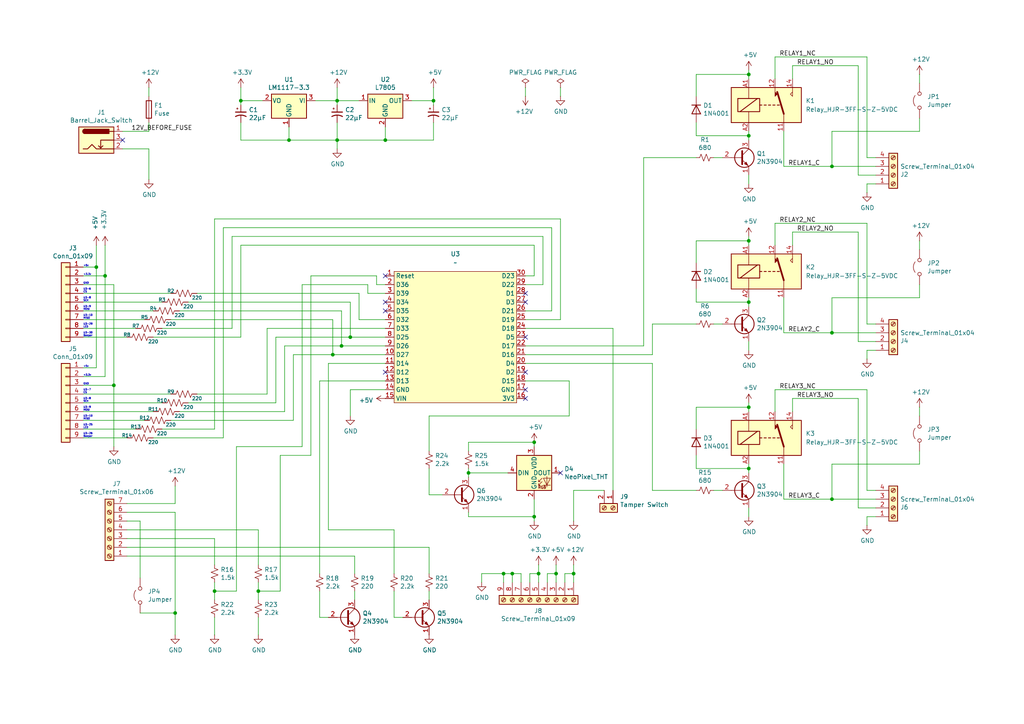
<source format=kicad_sch>
(kicad_sch (version 20250114) (generator "eeschema") (generator_version "9.0")
  (paper "A4")
  (text "+5v" (at 24.13 106.68 0) (effects (font (size 0.508 0.508)) (justify left bottom)))
  (text "+5v" (at 24.13 77.47 0) (effects (font (size 0.508 0.508)) (justify left bottom)))
  (text "U3-8\nSCK" (at 24.13 87.63 0) (effects (font (size 0.508 0.508)) (justify left bottom)))
  (text "U3-10\nMISO" (at 24.13 121.92 0) (effects (font (size 0.508 0.508)) (justify left bottom)))
  (text "U3-29\nLED" (at 24.13 95.25 0) (effects (font (size 0.508 0.508)) (justify left bottom)))
  (text "U3-30\nBeeper" (at 24.13 97.79 0) (effects (font (size 0.508 0.508)) (justify left bottom)))
  (text "+3.3v" (at 24.13 80.01 0) (effects (font (size 0.508 0.508)) (justify left bottom)))
  (text "U3-6\nCS" (at 24.13 85.09 0) (effects (font (size 0.508 0.508)) (justify left bottom)))
  (text "+3.3v" (at 24.13 109.22 0) (effects (font (size 0.508 0.508)) (justify left bottom)))
  (text "U3-7\nCS" (at 24.13 114.3 0) (effects (font (size 0.508 0.508)) (justify left bottom)))
  (text "GND" (at 24.13 111.76 0) (effects (font (size 0.508 0.508)) (justify left bottom)))
  (text "U3-9\nMOSI" (at 24.13 119.38 0) (effects (font (size 0.508 0.508)) (justify left bottom)))
  (text "GND" (at 24.13 82.55 0) (effects (font (size 0.508 0.508)) (justify left bottom)))
  (text "U3-26\nBeeper" (at 24.13 127 0) (effects (font (size 0.508 0.508)) (justify left bottom)))
  (text "U3-9\nMOSI" (at 24.13 90.17 0) (effects (font (size 0.508 0.508)) (justify left bottom)))
  (text "U3-10\nMISO" (at 24.13 92.71 0) (effects (font (size 0.508 0.508)) (justify left bottom)))
  (text "U3-25\nLED" (at 24.13 124.46 0) (effects (font (size 0.508 0.508)) (justify left bottom)))
  (text "U3-8\nSCK" (at 24.13 116.84 0) (effects (font (size 0.508 0.508)) (justify left bottom)))
  (junction (at 111.76 40.64))
  (junction (at 217.17 39.37))
  (junction (at 217.17 69.85))
  (junction (at 33.02 111.76))
  (junction (at 161.29 166.37))
  (junction (at 83.82 40.64))
  (junction (at 101.6 97.79))
  (junction (at 30.48 80.01))
  (junction (at 125.73 29.21))
  (junction (at 156.21 166.37))
  (junction (at 241.3 48.26))
  (junction (at 217.17 135.89))
  (junction (at 241.3 96.52))
  (junction (at 99.06 100.33))
  (junction (at 97.79 29.21))
  (junction (at 97.79 40.64))
  (junction (at 135.89 137.16))
  (junction (at 148.59 166.37))
  (junction (at 146.05 166.37))
  (junction (at 27.94 77.47))
  (junction (at 62.23 171.45))
  (junction (at 154.94 149.86))
  (junction (at 69.85 29.21))
  (junction (at 217.17 21.59))
  (junction (at 74.93 171.45))
  (junction (at 154.94 128.27))
  (junction (at 96.52 102.87))
  (junction (at 50.8 177.8))
  (junction (at 217.17 118.11))
  (junction (at 166.37 166.37))
  (junction (at 241.3 144.78))
  (junction (at 217.17 87.63))
  (no_connect (at 152.4 115.57))
  (no_connect (at 111.76 90.17))
  (no_connect (at 152.4 113.03))
  (no_connect (at 111.76 107.95))
  (no_connect (at 152.4 97.79))
  (no_connect (at 111.76 87.63))
  (no_connect (at 162.56 137.16))
  (no_connect (at 152.4 85.09))
  (no_connect (at 152.4 107.95))
  (no_connect (at 152.4 87.63))
  (no_connect (at 35.56 40.64))
  (no_connect (at 111.76 80.01))
  (wire (pts (xy 114.3 153.67) (xy 95.25 153.67)))
  (wire (pts (xy 153.67 166.37) (xy 156.21 166.37)))
  (wire (pts (xy 43.18 43.18) (xy 43.18 52.07)))
  (wire (pts (xy 74.93 171.45) (xy 81.28 171.45)))
  (wire (pts (xy 177.8 142.24) (xy 177.8 95.25)))
  (wire (pts (xy 217.17 135.89) (xy 217.17 137.16)))
  (wire (pts (xy 57.15 85.09) (xy 104.14 85.09)))
  (wire (pts (xy 162.56 63.5) (xy 62.23 63.5)))
  (wire (pts (xy 201.93 69.85) (xy 217.17 69.85)))
  (wire (pts (xy 101.6 87.63) (xy 101.6 97.79)))
  (wire (pts (xy 24.13 90.17) (xy 44.45 90.17)))
  (wire (pts (xy 76.2 29.21) (xy 69.85 29.21)))
  (wire (pts (xy 139.7 166.37) (xy 139.7 168.91)))
  (wire (pts (xy 62.23 124.46) (xy 46.99 124.46)))
  (wire (pts (xy 102.87 161.29) (xy 102.87 166.37)))
  (wire (pts (xy 229.87 19.05) (xy 229.87 22.86)))
  (wire (pts (xy 24.13 97.79) (xy 36.83 97.79)))
  (wire (pts (xy 151.13 168.91) (xy 151.13 166.37)))
  (wire (pts (xy 92.71 171.45) (xy 92.71 179.07)))
  (wire (pts (xy 24.13 111.76) (xy 33.02 111.76)))
  (wire (pts (xy 148.59 168.91) (xy 148.59 166.37)))
  (wire (pts (xy 152.4 92.71) (xy 162.56 92.71)))
  (wire (pts (xy 241.3 144.78) (xy 227.33 144.78)))
  (wire (pts (xy 74.93 171.45) (xy 74.93 173.99)))
  (wire (pts (xy 201.93 27.94) (xy 201.93 21.59)))
  (wire (pts (xy 189.23 142.24) (xy 201.93 142.24)))
  (wire (pts (xy 251.46 64.77) (xy 224.79 64.77)))
  (wire (pts (xy 77.47 114.3) (xy 77.47 95.25)))
  (wire (pts (xy 154.94 80.01) (xy 154.94 71.12)))
  (wire (pts (xy 30.48 80.01) (xy 24.13 80.01)))
  (wire (pts (xy 43.18 27.94) (xy 43.18 25.4)))
  (wire (pts (xy 36.83 153.67) (xy 74.93 153.67)))
  (wire (pts (xy 97.79 35.56) (xy 97.79 40.64)))
  (wire (pts (xy 74.93 168.91) (xy 74.93 171.45)))
  (wire (pts (xy 124.46 158.75) (xy 124.46 166.37)))
  (wire (pts (xy 104.14 85.09) (xy 104.14 92.71)))
  (wire (pts (xy 201.93 21.59) (xy 217.17 21.59)))
  (wire (pts (xy 69.85 30.48) (xy 69.85 29.21)))
  (wire (pts (xy 114.3 166.37) (xy 114.3 153.67)))
  (wire (pts (xy 101.6 113.03) (xy 101.6 120.65)))
  (wire (pts (xy 207.01 45.72) (xy 209.55 45.72)))
  (wire (pts (xy 30.48 71.12) (xy 30.48 80.01)))
  (wire (pts (xy 166.37 142.24) (xy 166.37 151.13)))
  (wire (pts (xy 74.93 179.07) (xy 74.93 184.15)))
  (wire (pts (xy 97.79 25.4) (xy 97.79 29.21)))
  (wire (pts (xy 109.22 82.55) (xy 111.76 82.55)))
  (wire (pts (xy 96.52 92.71) (xy 96.52 102.87)))
  (wire (pts (xy 254 96.52) (xy 241.3 96.52)))
  (wire (pts (xy 92.71 179.07) (xy 95.25 179.07)))
  (wire (pts (xy 24.13 127) (xy 36.83 127)))
  (wire (pts (xy 227.33 144.78) (xy 227.33 134.62)))
  (wire (pts (xy 217.17 135.89) (xy 201.93 135.89)))
  (wire (pts (xy 241.3 86.36) (xy 266.7 86.36)))
  (wire (pts (xy 95.25 105.41) (xy 111.76 105.41)))
  (wire (pts (xy 166.37 163.83) (xy 166.37 166.37)))
  (wire (pts (xy 87.63 82.55) (xy 106.68 82.55)))
  (wire (pts (xy 224.79 64.77) (xy 224.79 71.12)))
  (wire (pts (xy 40.64 151.13) (xy 36.83 151.13)))
  (wire (pts (xy 125.73 29.21) (xy 125.73 25.4)))
  (wire (pts (xy 207.01 93.98) (xy 209.55 93.98)))
  (wire (pts (xy 152.4 25.4) (xy 152.4 27.94)))
  (wire (pts (xy 248.92 67.31) (xy 229.87 67.31)))
  (wire (pts (xy 101.6 97.79) (xy 111.76 97.79)))
  (wire (pts (xy 241.3 144.78) (xy 241.3 134.62)))
  (wire (pts (xy 254 93.98) (xy 251.46 93.98)))
  (wire (pts (xy 224.79 113.03) (xy 224.79 119.38)))
  (wire (pts (xy 90.17 80.01) (xy 109.22 80.01)))
  (wire (pts (xy 24.13 116.84) (xy 46.99 116.84)))
  (wire (pts (xy 186.69 100.33) (xy 186.69 45.72)))
  (wire (pts (xy 80.01 116.84) (xy 80.01 97.79)))
  (wire (pts (xy 217.17 86.36) (xy 217.17 87.63)))
  (wire (pts (xy 68.58 171.45) (xy 68.58 129.54)))
  (wire (pts (xy 49.53 92.71) (xy 96.52 92.71)))
  (wire (pts (xy 254 142.24) (xy 251.46 142.24)))
  (wire (pts (xy 217.17 87.63) (xy 201.93 87.63)))
  (wire (pts (xy 266.7 118.11) (xy 266.7 120.65)))
  (wire (pts (xy 161.29 166.37) (xy 161.29 163.83)))
  (wire (pts (xy 62.23 63.5) (xy 62.23 124.46)))
  (wire (pts (xy 92.71 110.49) (xy 111.76 110.49)))
  (wire (pts (xy 50.8 177.8) (xy 50.8 184.15)))
  (wire (pts (xy 248.92 115.57) (xy 229.87 115.57)))
  (wire (pts (xy 96.52 102.87) (xy 111.76 102.87)))
  (wire (pts (xy 82.55 100.33) (xy 99.06 100.33)))
  (wire (pts (xy 104.14 92.71) (xy 111.76 92.71)))
  (wire (pts (xy 177.8 95.25) (xy 152.4 95.25)))
  (wire (pts (xy 69.85 71.12) (xy 69.85 97.79)))
  (wire (pts (xy 69.85 97.79) (xy 44.45 97.79)))
  (wire (pts (xy 67.31 68.58) (xy 67.31 95.25)))
  (wire (pts (xy 158.75 168.91) (xy 158.75 166.37)))
  (wire (pts (xy 36.83 158.75) (xy 124.46 158.75)))
  (wire (pts (xy 62.23 179.07) (xy 62.23 184.15)))
  (wire (pts (xy 81.28 132.08) (xy 90.17 132.08)))
  (wire (pts (xy 152.4 90.17) (xy 160.02 90.17)))
  (wire (pts (xy 50.8 146.05) (xy 36.83 146.05)))
  (wire (pts (xy 39.37 124.46) (xy 24.13 124.46)))
  (wire (pts (xy 62.23 171.45) (xy 62.23 173.99)))
  (wire (pts (xy 43.18 38.1) (xy 43.18 35.56)))
  (wire (pts (xy 229.87 67.31) (xy 229.87 71.12)))
  (wire (pts (xy 146.05 166.37) (xy 139.7 166.37)))
  (wire (pts (xy 124.46 120.65) (xy 165.1 120.65)))
  (wire (pts (xy 99.06 100.33) (xy 111.76 100.33)))
  (wire (pts (xy 227.33 48.26) (xy 227.33 38.1)))
  (wire (pts (xy 217.17 39.37) (xy 201.93 39.37)))
  (wire (pts (xy 201.93 39.37) (xy 201.93 35.56)))
  (wire (pts (xy 189.23 102.87) (xy 189.23 93.98)))
  (wire (pts (xy 33.02 82.55) (xy 33.02 111.76)))
  (wire (pts (xy 85.09 121.92) (xy 85.09 102.87)))
  (wire (pts (xy 82.55 119.38) (xy 82.55 100.33)))
  (wire (pts (xy 251.46 16.51) (xy 224.79 16.51)))
  (wire (pts (xy 154.94 71.12) (xy 69.85 71.12)))
  (wire (pts (xy 254 147.32) (xy 248.92 147.32)))
  (wire (pts (xy 135.89 148.59) (xy 135.89 149.86)))
  (wire (pts (xy 241.3 96.52) (xy 227.33 96.52)))
  (wire (pts (xy 152.4 110.49) (xy 165.1 110.49)))
  (wire (pts (xy 54.61 116.84) (xy 80.01 116.84)))
  (wire (pts (xy 135.89 137.16) (xy 135.89 138.43)))
  (wire (pts (xy 266.7 86.36) (xy 266.7 82.55)))
  (wire (pts (xy 36.83 161.29) (xy 102.87 161.29)))
  (wire (pts (xy 207.01 142.24) (xy 209.55 142.24)))
  (wire (pts (xy 201.93 124.46) (xy 201.93 118.11)))
  (wire (pts (xy 74.93 153.67) (xy 74.93 163.83)))
  (wire (pts (xy 69.85 29.21) (xy 69.85 25.4)))
  (wire (pts (xy 106.68 82.55) (xy 106.68 85.09)))
  (wire (pts (xy 160.02 90.17) (xy 160.02 66.04)))
  (wire (pts (xy 27.94 77.47) (xy 24.13 77.47)))
  (wire (pts (xy 254 50.8) (xy 248.92 50.8)))
  (wire (pts (xy 90.17 132.08) (xy 90.17 80.01)))
  (wire (pts (xy 64.77 127) (xy 44.45 127)))
  (wire (pts (xy 157.48 68.58) (xy 67.31 68.58)))
  (wire (pts (xy 224.79 16.51) (xy 224.79 22.86)))
  (wire (pts (xy 248.92 50.8) (xy 248.92 19.05)))
  (wire (pts (xy 49.53 121.92) (xy 85.09 121.92)))
  (wire (pts (xy 57.15 114.3) (xy 77.47 114.3)))
  (wire (pts (xy 125.73 35.56) (xy 125.73 40.64)))
  (wire (pts (xy 81.28 171.45) (xy 81.28 132.08)))
  (wire (pts (xy 52.07 90.17) (xy 99.06 90.17)))
  (wire (pts (xy 217.17 39.37) (xy 217.17 40.64)))
  (wire (pts (xy 163.83 168.91) (xy 163.83 166.37)))
  (wire (pts (xy 217.17 101.6) (xy 217.17 99.06)))
  (wire (pts (xy 106.68 85.09) (xy 111.76 85.09)))
  (wire (pts (xy 114.3 171.45) (xy 114.3 179.07)))
  (wire (pts (xy 241.3 134.62) (xy 266.7 134.62)))
  (wire (pts (xy 189.23 105.41) (xy 189.23 142.24)))
  (wire (pts (xy 27.94 106.68) (xy 24.13 106.68)))
  (wire (pts (xy 85.09 102.87) (xy 96.52 102.87)))
  (wire (pts (xy 152.4 100.33) (xy 186.69 100.33)))
  (wire (pts (xy 27.94 77.47) (xy 27.94 106.68)))
  (wire (pts (xy 251.46 149.86) (xy 251.46 152.4)))
  (wire (pts (xy 266.7 134.62) (xy 266.7 130.81)))
  (wire (pts (xy 92.71 166.37) (xy 92.71 110.49)))
  (wire (pts (xy 50.8 148.59) (xy 50.8 177.8)))
  (wire (pts (xy 254 149.86) (xy 251.46 149.86)))
  (wire (pts (xy 52.07 119.38) (xy 82.55 119.38)))
  (wire (pts (xy 111.76 113.03) (xy 101.6 113.03)))
  (wire (pts (xy 217.17 118.11) (xy 217.17 119.38)))
  (wire (pts (xy 201.93 93.98) (xy 189.23 93.98)))
  (wire (pts (xy 24.13 85.09) (xy 49.53 85.09)))
  (wire (pts (xy 217.17 68.58) (xy 217.17 69.85)))
  (wire (pts (xy 148.59 166.37) (xy 146.05 166.37)))
  (wire (pts (xy 241.3 96.52) (xy 241.3 86.36)))
  (wire (pts (xy 135.89 135.89) (xy 135.89 137.16)))
  (wire (pts (xy 162.56 92.71) (xy 162.56 63.5)))
  (wire (pts (xy 217.17 87.63) (xy 217.17 88.9)))
  (wire (pts (xy 154.94 129.54) (xy 154.94 128.27)))
  (wire (pts (xy 50.8 148.59) (xy 36.83 148.59)))
  (wire (pts (xy 175.26 142.24) (xy 166.37 142.24)))
  (wire (pts (xy 99.06 90.17) (xy 99.06 100.33)))
  (wire (pts (xy 33.02 111.76) (xy 33.02 129.54)))
  (wire (pts (xy 35.56 38.1) (xy 43.18 38.1)))
  (wire (pts (xy 156.21 168.91) (xy 156.21 166.37)))
  (wire (pts (xy 254 45.72) (xy 251.46 45.72)))
  (wire (pts (xy 62.23 171.45) (xy 68.58 171.45)))
  (wire (pts (xy 248.92 19.05) (xy 229.87 19.05)))
  (wire (pts (xy 241.3 38.1) (xy 266.7 38.1)))
  (wire (pts (xy 30.48 109.22) (xy 24.13 109.22)))
  (wire (pts (xy 251.46 101.6) (xy 251.46 104.14)))
  (wire (pts (xy 152.4 105.41) (xy 189.23 105.41)))
  (wire (pts (xy 97.79 43.18) (xy 97.79 40.64)))
  (wire (pts (xy 254 101.6) (xy 251.46 101.6)))
  (wire (pts (xy 97.79 40.64) (xy 111.76 40.64)))
  (wire (pts (xy 40.64 177.8) (xy 50.8 177.8)))
  (wire (pts (xy 248.92 99.06) (xy 248.92 67.31)))
  (wire (pts (xy 24.13 95.25) (xy 39.37 95.25)))
  (wire (pts (xy 266.7 38.1) (xy 266.7 34.29)))
  (wire (pts (xy 251.46 142.24) (xy 251.46 113.03)))
  (wire (pts (xy 147.32 137.16) (xy 135.89 137.16)))
  (wire (pts (xy 153.67 168.91) (xy 153.67 166.37)))
  (wire (pts (xy 241.3 48.26) (xy 241.3 38.1)))
  (wire (pts (xy 125.73 30.48) (xy 125.73 29.21)))
  (wire (pts (xy 186.69 45.72) (xy 201.93 45.72)))
  (wire (pts (xy 24.13 114.3) (xy 49.53 114.3)))
  (wire (pts (xy 50.8 146.05) (xy 50.8 140.97)))
  (wire (pts (xy 154.94 128.27) (xy 135.89 128.27)))
  (wire (pts (xy 119.38 29.21) (xy 125.73 29.21)))
  (wire (pts (xy 162.56 25.4) (xy 162.56 27.94)))
  (wire (pts (xy 227.33 96.52) (xy 227.33 86.36)))
  (wire (pts (xy 35.56 43.18) (xy 43.18 43.18)))
  (wire (pts (xy 77.47 95.25) (xy 111.76 95.25)))
  (wire (pts (xy 251.46 93.98) (xy 251.46 64.77)))
  (wire (pts (xy 135.89 128.27) (xy 135.89 130.81)))
  (wire (pts (xy 97.79 29.21) (xy 104.14 29.21)))
  (wire (pts (xy 109.22 80.01) (xy 109.22 82.55)))
  (wire (pts (xy 160.02 66.04) (xy 64.77 66.04)))
  (wire (pts (xy 217.17 21.59) (xy 217.17 22.86)))
  (wire (pts (xy 80.01 97.79) (xy 101.6 97.79)))
  (wire (pts (xy 27.94 71.12) (xy 27.94 77.47)))
  (wire (pts (xy 95.25 153.67) (xy 95.25 105.41)))
  (wire (pts (xy 217.17 134.62) (xy 217.17 135.89)))
  (wire (pts (xy 124.46 135.89) (xy 124.46 143.51)))
  (wire (pts (xy 111.76 40.64) (xy 111.76 36.83)))
  (wire (pts (xy 135.89 149.86) (xy 154.94 149.86)))
  (wire (pts (xy 254 53.34) (xy 251.46 53.34)))
  (wire (pts (xy 217.17 149.86) (xy 217.17 147.32)))
  (wire (pts (xy 229.87 115.57) (xy 229.87 119.38)))
  (wire (pts (xy 146.05 168.91) (xy 146.05 166.37)))
  (wire (pts (xy 40.64 167.64) (xy 40.64 151.13)))
  (wire (pts (xy 54.61 87.63) (xy 101.6 87.63)))
  (wire (pts (xy 254 99.06) (xy 248.92 99.06)))
  (wire (pts (xy 30.48 80.01) (xy 30.48 109.22)))
  (wire (pts (xy 156.21 166.37) (xy 156.21 163.83)))
  (wire (pts (xy 251.46 53.34) (xy 251.46 55.88)))
  (wire (pts (xy 46.99 87.63) (xy 24.13 87.63)))
  (wire (pts (xy 251.46 45.72) (xy 251.46 16.51)))
  (wire (pts (xy 217.17 116.84) (xy 217.17 118.11)))
  (wire (pts (xy 266.7 21.59) (xy 266.7 24.13)))
  (wire (pts (xy 241.3 48.26) (xy 227.33 48.26)))
  (wire (pts (xy 165.1 120.65) (xy 165.1 110.49)))
  (wire (pts (xy 154.94 149.86) (xy 154.94 151.13)))
  (wire (pts (xy 62.23 156.21) (xy 62.23 163.83)))
  (wire (pts (xy 161.29 168.91) (xy 161.29 166.37)))
  (wire (pts (xy 254 48.26) (xy 241.3 48.26)))
  (wire (pts (xy 166.37 166.37) (xy 166.37 168.91)))
  (wire (pts (xy 67.31 95.25) (xy 46.99 95.25)))
  (wire (pts (xy 24.13 92.71) (xy 41.91 92.71)))
  (wire (pts (xy 157.48 82.55) (xy 157.48 68.58)))
  (wire (pts (xy 102.87 171.45) (xy 102.87 173.99)))
  (wire (pts (xy 152.4 82.55) (xy 157.48 82.55)))
  (wire (pts (xy 97.79 30.48) (xy 97.79 29.21)))
  (wire (pts (xy 217.17 38.1) (xy 217.17 39.37)))
  (wire (pts (xy 254 144.78) (xy 241.3 144.78)))
  (wire (pts (xy 217.17 53.34) (xy 217.17 50.8)))
  (wire (pts (xy 36.83 156.21) (xy 62.23 156.21)))
  (wire (pts (xy 158.75 166.37) (xy 161.29 166.37)))
  (wire (pts (xy 201.93 118.11) (xy 217.17 118.11)))
  (wire (pts (xy 24.13 121.92) (xy 41.91 121.92)))
  (wire (pts (xy 124.46 171.45) (xy 124.46 173.99)))
  (wire (pts (xy 217.17 20.32) (xy 217.17 21.59)))
  (wire (pts (xy 114.3 179.07) (xy 116.84 179.07)))
  (wire (pts (xy 62.23 168.91) (xy 62.23 171.45)))
  (wire (pts (xy 248.92 147.32) (xy 248.92 115.57)))
  (wire (pts (xy 24.13 119.38) (xy 44.45 119.38)))
  (wire (pts (xy 124.46 143.51) (xy 128.27 143.51)))
  (wire (pts (xy 68.58 129.54) (xy 87.63 129.54)))
  (wire (pts (xy 83.82 36.83) (xy 83.82 40.64)))
  (wire (pts (xy 154.94 144.78) (xy 154.94 149.86)))
  (wire (pts (xy 266.7 69.85) (xy 266.7 72.39)))
  (wire (pts (xy 64.77 66.04) (xy 64.77 127)))
  (wire (pts (xy 87.63 129.54) (xy 87.63 82.55)))
  (wire (pts (xy 69.85 35.56) (xy 69.85 40.64)))
  (wire (pts (xy 201.93 87.63) (xy 201.93 83.82)))
  (wire (pts (xy 24.13 82.55) (xy 33.02 82.55)))
  (wire (pts (xy 83.82 40.64) (xy 97.79 40.64)))
  (wire (pts (xy 152.4 80.01) (xy 154.94 80.01)))
  (wire (pts (xy 163.83 166.37) (xy 166.37 166.37)))
  (wire (pts (xy 217.17 69.85) (xy 217.17 71.12)))
  (wire (pts (xy 151.13 166.37) (xy 148.59 166.37)))
  (wire (pts (xy 69.85 40.64) (xy 83.82 40.64)))
  (wire (pts (xy 124.46 130.81) (xy 124.46 120.65)))
  (wire (pts (xy 201.93 135.89) (xy 201.93 132.08)))
  (wire (pts (xy 125.73 40.64) (xy 111.76 40.64)))
  (wire (pts (xy 152.4 102.87) (xy 189.23 102.87)))
  (wire (pts (xy 97.79 29.21) (xy 91.44 29.21)))
  (wire (pts (xy 251.46 113.03) (xy 224.79 113.03)))
  (wire (pts (xy 201.93 76.2) (xy 201.93 69.85)))
  (label "RELAY1_NC" (at 226.06 16.51 0))
  (label "RELAY3_NO" (at 231.14 115.57 0))
  (label "RELAY2_C" (at 228.6 96.52 0))
  (label "RELAY3_C" (at 228.6 144.78 0))
  (label "RELAY1_NO" (at 231.14 19.05 0))
  (label "RELAY3_NC" (at 226.06 113.03 0))
  (label "RELAY2_NO" (at 231.14 67.31 0))
  (label "RELAY2_NC" (at 226.06 64.77 0))
  (label "12V_BEFORE_FUSE" (at 38.1 38.1 0))
  (label "RELAY1_C" (at 228.6 48.26 0))
  (symbol (lib_id "Regulator_Linear:L7805") (at 111.76 29.21 0) (unit 1)
    (property "Reference" "U2" (at 111.76 23.0632 0))
    (property "Value" "L7805" (at 111.76 25.3746 0))
    (property "Footprint" "Package_TO_SOT_THT:TO-220-3_Vertical" (effects (hide yes)))
    (property "Datasheet" "http://www.st.com/content/ccc/resource/technical/document/datasheet/41/4f/b3/b0/12/d4/47/88/CD00000444.pdf/files/CD00000444.pdf/jcr:content/translations/en.CD00000444.pdf" (effects (hide yes)))
  )
  (symbol (lib_id "Connector:Barrel_Jack_Switch") (at 27.94 40.64 0) (unit 1)
    (property "Reference" "J1" (at 29.3878 32.5882 0))
    (property "Value" "Barrel_Jack_Switch" (at 29.3878 34.8996 0))
    (property "Footprint" "Connector_BarrelJack:BarrelJack_Horizontal" (effects (hide yes)))
  )
  (symbol (lib_id "power:+5V") (at 125.73 25.4 0) (unit 1)
    (property "Reference" "#PWR06" (effects (hide yes)))
    (property "Value" "+5V" (at 126.111 21.0058 0))
  )
  (symbol (lib_id "power:+12V") (at 97.79 25.4 0) (unit 1)
    (property "Reference" "#PWR05" (effects (hide yes)))
    (property "Value" "+12V" (at 98.171 21.0058 0))
  )
  (symbol (lib_id "power:GND") (at 43.18 52.07 0) (unit 1)
    (property "Reference" "#PWR08" (effects (hide yes)))
    (property "Value" "GND" (at 43.307 56.4642 0))
  )
  (symbol (lib_id "Device:CP1_Small") (at 97.79 33.02 0) (unit 1)
    (property "Reference" "C2" (at 100.1014 31.8516 0) (effects (justify left)))
    (property "Value" "22µF" (at 100.1014 34.163 0) (effects (justify left)))
    (property "Footprint" "Capacitor_THT:CP_Radial_D5.0mm_P2.00mm" (effects (hide yes)))
  )
  (symbol (lib_id "Device:CP1_Small") (at 125.73 33.02 0) (unit 1)
    (property "Reference" "C3" (at 128.0414 31.8516 0) (effects (justify left)))
    (property "Value" "22µF" (at 128.0414 34.163 0) (effects (justify left)))
    (property "Footprint" "Capacitor_THT:CP_Radial_D5.0mm_P2.00mm" (effects (hide yes)))
  )
  (symbol (lib_id "power:GND") (at 101.6 120.65 0) (unit 1)
    (property "Reference" "#PWR019" (effects (hide yes)))
    (property "Value" "GND" (at 101.727 125.0442 0))
  )
  (symbol (lib_id "power:+5V") (at 111.76 115.57 90) (unit 1)
    (property "Reference" "#PWR020" (effects (hide yes)))
    (property "Value" "+5V" (at 104.14 116.84 90) (effects (justify right top)))
  )
  (symbol (lib_id "Diode:1N4001") (at 201.93 31.75 270) (unit 1)
    (property "Reference" "D1" (at 203.962 30.5816 90) (effects (justify left)))
    (property "Value" "1N4001" (at 203.962 32.893 90) (effects (justify left)))
    (property "Footprint" "Diode_THT:D_DO-41_SOD81_P10.16mm_Horizontal" (effects (hide yes)))
    (property "Datasheet" "http://www.vishay.com/docs/88503/1n4001.pdf" (effects (hide yes)))
  )
  (symbol (lib_id "Transistor_BJT:2N3904") (at 214.63 45.72 0) (unit 1)
    (property "Reference" "Q1" (at 219.456 44.5516 0) (effects (justify left)))
    (property "Value" "2N3904" (at 219.456 46.863 0) (effects (justify left)))
    (property "Footprint" "Package_TO_SOT_THT:TO-92_Inline_Wide" (effects (hide yes)))
    (property "Datasheet" "https://www.fairchildsemi.com/datasheets/2N/2N3904.pdf" (effects (hide yes)))
  )
  (symbol (lib_id "power:+5V") (at 217.17 20.32 0) (unit 1)
    (property "Reference" "#PWR01" (effects (hide yes)))
    (property "Value" "+5V" (at 217.551 15.9258 0))
  )
  (symbol (lib_id "power:GND") (at 217.17 53.34 0) (unit 1)
    (property "Reference" "#PWR09" (effects (hide yes)))
    (property "Value" "GND" (at 217.297 57.7342 0))
  )
  (symbol (lib_id "Device:R_Small_US") (at 204.47 45.72 270) (unit 1)
    (property "Reference" "R1" (at 204.47 40.513 90))
    (property "Value" "680" (at 204.47 42.8244 90))
    (property "Footprint" "Resistor_THT:R_Axial_DIN0207_L6.3mm_D2.5mm_P10.16mm_Horizontal" (effects (hide yes)))
  )
  (symbol (lib_id "Connector_Generic:Conn_01x09") (at 19.05 87.63 0) (mirror y) (unit 1)
    (property "Reference" "J3" (at 21.1328 71.9582 0))
    (property "Value" "Conn_01x09" (at 21.1328 74.2696 0))
    (property "Footprint" "Connector_PinHeader_2.54mm:PinHeader_1x09_P2.54mm_Vertical" (effects (hide yes)))
  )
  (symbol (lib_id "Connector:Screw_Terminal_01x04") (at 259.08 50.8 0) (mirror x) (unit 1)
    (property "Reference" "J2" (at 261.112 50.5968 0) (effects (justify left)))
    (property "Value" "Screw_Terminal_01x04" (at 261.112 48.2854 0) (effects (justify left)))
    (property "Footprint" "Javawizard_Common_Footprints:PinHeader_JW_1x04_P5.00mm_Vertical" (effects (hide yes)))
  )
  (symbol (lib_id "power:GND") (at 251.46 55.88 0) (unit 1)
    (property "Reference" "#PWR010" (effects (hide yes)))
    (property "Value" "GND" (at 251.587 60.2742 0))
  )
  (symbol (lib_id "Jumper:Jumper_2_Open") (at 266.7 29.21 90) (unit 1)
    (property "Reference" "JP1" (at 268.9352 28.0416 90) (effects (justify right)))
    (property "Value" "Jumper" (at 268.9352 30.353 90) (effects (justify right)))
    (property "Footprint" "Connector_PinHeader_2.54mm:PinHeader_1x02_P2.54mm_Vertical" (effects (hide yes)))
  )
  (symbol (lib_id "power:+12V") (at 266.7 21.59 0) (unit 1)
    (property "Reference" "#PWR02" (effects (hide yes)))
    (property "Value" "+12V" (at 267.081 17.1958 0))
  )
  (symbol (lib_id "Connector:Screw_Terminal_01x02") (at 177.8 147.32 270) (unit 1)
    (property "Reference" "J9" (at 179.832 144.0688 90) (effects (justify left)))
    (property "Value" "Tamper Switch" (at 179.832 146.3802 90) (effects (justify left)))
    (property "Footprint" "Javawizard_Common_Footprints:PinHeader_JW_1x02_P5.00mm_Vertical" (effects (hide yes)))
  )
  (symbol (lib_id "power:GND") (at 166.37 151.13 0) (unit 1)
    (property "Reference" "#PWR0103" (effects (hide yes)))
    (property "Value" "GND" (at 166.497 155.5242 0))
  )
  (symbol (lib_id "Diode:1N4001") (at 201.93 80.01 270) (unit 1)
    (property "Reference" "D2" (at 203.962 78.8416 90) (effects (justify left)))
    (property "Value" "1N4001" (at 203.962 81.153 90) (effects (justify left)))
    (property "Footprint" "Diode_THT:D_DO-41_SOD81_P10.16mm_Horizontal" (effects (hide yes)))
    (property "Datasheet" "http://www.vishay.com/docs/88503/1n4001.pdf" (effects (hide yes)))
  )
  (symbol (lib_id "Transistor_BJT:2N3904") (at 214.63 93.98 0) (unit 1)
    (property "Reference" "Q2" (at 219.456 92.8116 0) (effects (justify left)))
    (property "Value" "2N3904" (at 219.456 95.123 0) (effects (justify left)))
    (property "Footprint" "Package_TO_SOT_THT:TO-92_Inline_Wide" (effects (hide yes)))
    (property "Datasheet" "https://www.fairchildsemi.com/datasheets/2N/2N3904.pdf" (effects (hide yes)))
  )
  (symbol (lib_id "power:+5V") (at 217.17 68.58 0) (unit 1)
    (property "Reference" "#PWR011" (effects (hide yes)))
    (property "Value" "+5V" (at 217.551 64.1858 0))
  )
  (symbol (lib_id "power:GND") (at 217.17 101.6 0) (unit 1)
    (property "Reference" "#PWR015" (effects (hide yes)))
    (property "Value" "GND" (at 217.297 105.9942 0))
  )
  (symbol (lib_id "Device:R_Small_US") (at 204.47 93.98 270) (unit 1)
    (property "Reference" "R6" (at 204.47 88.773 90))
    (property "Value" "680" (at 204.47 91.0844 90))
    (property "Footprint" "Resistor_THT:R_Axial_DIN0207_L6.3mm_D2.5mm_P10.16mm_Horizontal" (effects (hide yes)))
  )
  (symbol (lib_id "Connector:Screw_Terminal_01x04") (at 259.08 99.06 0) (mirror x) (unit 1)
    (property "Reference" "J4" (at 261.112 98.8568 0) (effects (justify left)))
    (property "Value" "Screw_Terminal_01x04" (at 261.112 96.5454 0) (effects (justify left)))
    (property "Footprint" "Javawizard_Common_Footprints:PinHeader_JW_1x04_P5.00mm_Vertical" (effects (hide yes)))
  )
  (symbol (lib_id "power:GND") (at 251.46 104.14 0) (unit 1)
    (property "Reference" "#PWR016" (effects (hide yes)))
    (property "Value" "GND" (at 251.587 108.5342 0))
  )
  (symbol (lib_id "Jumper:Jumper_2_Open") (at 266.7 77.47 90) (unit 1)
    (property "Reference" "JP2" (at 268.9352 76.3016 90) (effects (justify right)))
    (property "Value" "Jumper" (at 268.9352 78.613 90) (effects (justify right)))
    (property "Footprint" "Connector_PinHeader_2.54mm:PinHeader_1x02_P2.54mm_Vertical" (effects (hide yes)))
  )
  (symbol (lib_id "power:+12V") (at 266.7 69.85 0) (unit 1)
    (property "Reference" "#PWR012" (effects (hide yes)))
    (property "Value" "+12V" (at 267.081 65.4558 0))
  )
  (symbol (lib_id "Diode:1N4001") (at 201.93 128.27 270) (unit 1)
    (property "Reference" "D3" (at 203.962 127.1016 90) (effects (justify left)))
    (property "Value" "1N4001" (at 203.962 129.413 90) (effects (justify left)))
    (property "Footprint" "Diode_THT:D_DO-41_SOD81_P10.16mm_Horizontal" (effects (hide yes)))
    (property "Datasheet" "http://www.vishay.com/docs/88503/1n4001.pdf" (effects (hide yes)))
  )
  (symbol (lib_id "Transistor_BJT:2N3904") (at 214.63 142.24 0) (unit 1)
    (property "Reference" "Q3" (at 219.456 141.0716 0) (effects (justify left)))
    (property "Value" "2N3904" (at 219.456 143.383 0) (effects (justify left)))
    (property "Footprint" "Package_TO_SOT_THT:TO-92_Inline_Wide" (effects (hide yes)))
    (property "Datasheet" "https://www.fairchildsemi.com/datasheets/2N/2N3904.pdf" (effects (hide yes)))
  )
  (symbol (lib_id "power:+5V") (at 217.17 116.84 0) (unit 1)
    (property "Reference" "#PWR017" (effects (hide yes)))
    (property "Value" "+5V" (at 217.551 112.4458 0))
  )
  (symbol (lib_id "power:GND") (at 217.17 149.86 0) (unit 1)
    (property "Reference" "#PWR023" (effects (hide yes)))
    (property "Value" "GND" (at 217.297 154.2542 0))
  )
  (symbol (lib_id "Device:R_Small_US") (at 204.47 142.24 270) (unit 1)
    (property "Reference" "R15" (at 204.47 137.033 90))
    (property "Value" "680" (at 204.47 139.3444 90))
    (property "Footprint" "Resistor_THT:R_Axial_DIN0207_L6.3mm_D2.5mm_P10.16mm_Horizontal" (effects (hide yes)))
  )
  (symbol (lib_id "Connector:Screw_Terminal_01x04") (at 259.08 147.32 0) (mirror x) (unit 1)
    (property "Reference" "J6" (at 261.112 147.1168 0) (effects (justify left)))
    (property "Value" "Screw_Terminal_01x04" (at 261.112 144.8054 0) (effects (justify left)))
    (property "Footprint" "Javawizard_Common_Footprints:PinHeader_JW_1x04_P5.00mm_Vertical" (effects (hide yes)))
  )
  (symbol (lib_id "power:GND") (at 251.46 152.4 0) (unit 1)
    (property "Reference" "#PWR024" (effects (hide yes)))
    (property "Value" "GND" (at 251.587 156.7942 0))
  )
  (symbol (lib_id "Jumper:Jumper_2_Open") (at 266.7 125.73 90) (unit 1)
    (property "Reference" "JP3" (at 268.9352 124.5616 90) (effects (justify right)))
    (property "Value" "Jumper" (at 268.9352 126.873 90) (effects (justify right)))
    (property "Footprint" "Connector_PinHeader_2.54mm:PinHeader_1x02_P2.54mm_Vertical" (effects (hide yes)))
  )
  (symbol (lib_id "power:+12V") (at 266.7 118.11 0) (unit 1)
    (property "Reference" "#PWR018" (effects (hide yes)))
    (property "Value" "+12V" (at 267.081 113.7158 0))
  )
  (symbol (lib_id "Connector_Generic:Conn_01x09") (at 19.05 116.84 0) (mirror y) (unit 1)
    (property "Reference" "J5" (at 21.1328 101.1682 0))
    (property "Value" "Conn_01x09" (at 21.1328 103.4796 0))
    (property "Footprint" "Connector_PinHeader_2.54mm:PinHeader_1x09_P2.54mm_Vertical" (effects (hide yes)))
  )
  (symbol (lib_id "Device:Fuse") (at 43.18 31.75 0) (unit 1)
    (property "Reference" "F1" (at 44.704 30.5816 0) (effects (justify left)))
    (property "Value" "Fuse" (at 44.704 32.893 0) (effects (justify left)))
    (property "Footprint" "Fuse:Fuseholder_Cylinder-5x20mm_Stelvio-Kontek_PTF78_Horizontal_Open" (effects (hide yes)))
  )
  (symbol (lib_id "power:+12V") (at 43.18 25.4 0) (unit 1)
    (property "Reference" "#PWR03" (effects (hide yes)))
    (property "Value" "+12V" (at 43.561 21.0058 0))
  )
  (symbol (lib_id "power:GND") (at 33.02 129.54 0) (unit 1)
    (property "Reference" "#PWR021" (effects (hide yes)))
    (property "Value" "GND" (at 33.147 133.9342 0))
  )
  (symbol (lib_id "power:PWR_FLAG") (at 152.4 25.4 0) (unit 1)
    (property "Reference" "#FLG0101" (effects (hide yes)))
    (property "Value" "PWR_FLAG" (at 152.4 21.0058 0))
  )
  (symbol (lib_id "power:PWR_FLAG") (at 162.56 25.4 0) (unit 1)
    (property "Reference" "#FLG0102" (effects (hide yes)))
    (property "Value" "PWR_FLAG" (at 162.56 21.0058 0))
  )
  (symbol (lib_id "power:+12V") (at 152.4 27.94 180) (unit 1)
    (property "Reference" "#PWR0101" (effects (hide yes)))
    (property "Value" "+12V" (at 152.019 32.3342 0))
  )
  (symbol (lib_id "power:GND") (at 162.56 27.94 0) (unit 1)
    (property "Reference" "#PWR0102" (effects (hide yes)))
    (property "Value" "GND" (at 162.687 32.3342 0))
  )
  (symbol (lib_id "power:+5V") (at 27.94 71.12 0) (unit 1)
    (property "Reference" "#PWR013" (effects (hide yes)))
    (property "Value" "+5V" (at 28.321 66.7258 90) (effects (justify left bottom)))
  )
  (symbol (lib_id "Connector:Screw_Terminal_01x07") (at 31.75 153.67 180) (unit 1)
    (property "Reference" "J7" (at 33.8328 140.335 0))
    (property "Value" "Screw_Terminal_01x06" (at 33.8328 142.6464 0))
    (property "Footprint" "Javawizard_Common_Footprints:PinHeader_JW_1x07_P5.00mm_Vertical" (effects (hide yes)))
  )
  (symbol (lib_id "power:+12V") (at 50.8 140.97 0) (unit 1)
    (property "Reference" "#PWR022" (effects (hide yes)))
    (property "Value" "+12V" (at 51.181 136.5758 0))
  )
  (symbol (lib_id "power:GND") (at 50.8 184.15 0) (unit 1)
    (property "Reference" "#PWR028" (effects (hide yes)))
    (property "Value" "GND" (at 50.927 188.5442 0))
  )
  (symbol (lib_id "Device:R_Small_US") (at 62.23 166.37 0) (unit 1)
    (property "Reference" "R16" (at 63.9572 165.2016 0) (effects (justify left)))
    (property "Value" "1.5k" (at 63.9572 167.513 0) (effects (justify left)))
    (property "Footprint" "Resistor_THT:R_Axial_DIN0207_L6.3mm_D2.5mm_P10.16mm_Horizontal" (effects (hide yes)))
  )
  (symbol (lib_id "Device:R_Small_US") (at 62.23 176.53 0) (unit 1)
    (property "Reference" "R22" (at 63.9572 175.3616 0) (effects (justify left)))
    (property "Value" "2.2k" (at 63.9572 177.673 0) (effects (justify left)))
    (property "Footprint" "Resistor_THT:R_Axial_DIN0207_L6.3mm_D2.5mm_P10.16mm_Horizontal" (effects (hide yes)))
  )
  (symbol (lib_id "power:GND") (at 62.23 184.15 0) (unit 1)
    (property "Reference" "#PWR030" (effects (hide yes)))
    (property "Value" "GND" (at 62.357 188.5442 0))
  )
  (symbol (lib_id "Device:R_Small_US") (at 74.93 166.37 0) (unit 1)
    (property "Reference" "R17" (at 76.6572 165.2016 0) (effects (justify left)))
    (property "Value" "1.5k" (at 76.6572 167.513 0) (effects (justify left)))
    (property "Footprint" "Resistor_THT:R_Axial_DIN0207_L6.3mm_D2.5mm_P10.16mm_Horizontal" (effects (hide yes)))
  )
  (symbol (lib_id "Device:R_Small_US") (at 74.93 176.53 0) (unit 1)
    (property "Reference" "R23" (at 76.6572 175.3616 0) (effects (justify left)))
    (property "Value" "2.2k" (at 76.6572 177.673 0) (effects (justify left)))
    (property "Footprint" "Resistor_THT:R_Axial_DIN0207_L6.3mm_D2.5mm_P10.16mm_Horizontal" (effects (hide yes)))
  )
  (symbol (lib_id "power:GND") (at 74.93 184.15 0) (unit 1)
    (property "Reference" "#PWR031" (effects (hide yes)))
    (property "Value" "GND" (at 75.057 188.5442 0))
  )
  (symbol (lib_id "Transistor_BJT:2N3904") (at 100.33 179.07 0) (unit 1)
    (property "Reference" "Q4" (at 105.156 177.9016 0) (effects (justify left)))
    (property "Value" "2N3904" (at 105.156 180.213 0) (effects (justify left)))
    (property "Footprint" "Package_TO_SOT_THT:TO-92_Inline_Wide" (effects (hide yes)))
    (property "Datasheet" "https://www.fairchildsemi.com/datasheets/2N/2N3904.pdf" (effects (hide yes)))
  )
  (symbol (lib_id "Device:R_Small_US") (at 92.71 168.91 0) (unit 1)
    (property "Reference" "R18" (at 94.4372 167.7416 0) (effects (justify left)))
    (property "Value" "2.2k" (at 94.4372 170.053 0) (effects (justify left)))
    (property "Footprint" "Resistor_THT:R_Axial_DIN0207_L6.3mm_D2.5mm_P10.16mm_Horizontal" (effects (hide yes)))
  )
  (symbol (lib_id "Device:R_Small_US") (at 102.87 168.91 0) (unit 1)
    (property "Reference" "R19" (at 104.5972 167.7416 0) (effects (justify left)))
    (property "Value" "220" (at 104.5972 170.053 0) (effects (justify left)))
    (property "Footprint" "Resistor_THT:R_Axial_DIN0207_L6.3mm_D2.5mm_P10.16mm_Horizontal" (effects (hide yes)))
  )
  (symbol (lib_id "Transistor_BJT:2N3904") (at 121.92 179.07 0) (unit 1)
    (property "Reference" "Q5" (at 126.746 177.9016 0) (effects (justify left)))
    (property "Value" "2N3904" (at 126.746 180.213 0) (effects (justify left)))
    (property "Footprint" "Package_TO_SOT_THT:TO-92_Inline_Wide" (effects (hide yes)))
    (property "Datasheet" "https://www.fairchildsemi.com/datasheets/2N/2N3904.pdf" (effects (hide yes)))
  )
  (symbol (lib_id "Device:R_Small_US") (at 114.3 168.91 0) (unit 1)
    (property "Reference" "R20" (at 116.0272 167.7416 0) (effects (justify left)))
    (property "Value" "2.2k" (at 116.0272 170.053 0) (effects (justify left)))
    (property "Footprint" "Resistor_THT:R_Axial_DIN0207_L6.3mm_D2.5mm_P10.16mm_Horizontal" (effects (hide yes)))
  )
  (symbol (lib_id "Device:R_Small_US") (at 124.46 168.91 0) (unit 1)
    (property "Reference" "R21" (at 126.1872 167.7416 0) (effects (justify left)))
    (property "Value" "220" (at 126.1872 170.053 0) (effects (justify left)))
    (property "Footprint" "Resistor_THT:R_Axial_DIN0207_L6.3mm_D2.5mm_P10.16mm_Horizontal" (effects (hide yes)))
  )
  (symbol (lib_id "power:GND") (at 102.87 184.15 0) (unit 1)
    (property "Reference" "#PWR032" (effects (hide yes)))
    (property "Value" "GND" (at 102.997 188.5442 0))
  )
  (symbol (lib_id "power:GND") (at 124.46 184.15 0) (unit 1)
    (property "Reference" "#PWR033" (effects (hide yes)))
    (property "Value" "GND" (at 124.587 188.5442 0))
  )
  (symbol (lib_id "Regulator_Linear:LM1117-3.3") (at 83.82 29.21 0) (mirror y) (unit 1)
    (property "Reference" "U1" (at 83.82 23.0632 0))
    (property "Value" "LM1117-3.3" (at 83.82 25.3746 0))
    (property "Footprint" "Package_TO_SOT_THT:TO-220-3_Vertical" (effects (hide yes)))
    (property "Datasheet" "http://www.ti.com/lit/ds/symlink/lm1117.pdf" (effects (hide yes)))
  )
  (symbol (lib_id "Device:CP1_Small") (at 69.85 33.02 0) (unit 1)
    (property "Reference" "C1" (at 72.1614 31.8516 0) (effects (justify left)))
    (property "Value" "22µF" (at 72.1614 34.163 0) (effects (justify left)))
    (property "Footprint" "Capacitor_THT:CP_Radial_D5.0mm_P2.00mm" (effects (hide yes)))
  )
  (symbol (lib_id "power:GND") (at 97.79 43.18 0) (unit 1)
    (property "Reference" "#PWR07" (effects (hide yes)))
    (property "Value" "GND" (at 97.917 47.5742 0))
  )
  (symbol (lib_id "Connector:Screw_Terminal_01x09") (at 156.21 173.99 270) (unit 1)
    (property "Reference" "J8" (at 156.1084 177.165 90))
    (property "Value" "Screw_Terminal_01x09" (at 156.1084 179.4764 90))
    (property "Footprint" "Javawizard_Common_Footprints:PinHeader_JW_1x09_P5.00mm_Vertical" (effects (hide yes)))
  )
  (symbol (lib_id "power:+12V") (at 166.37 163.83 0) (unit 1)
    (property "Reference" "#PWR027" (effects (hide yes)))
    (property "Value" "+12V" (at 166.751 159.4358 0))
  )
  (symbol (lib_id "power:+5V") (at 161.29 163.83 0) (unit 1)
    (property "Reference" "#PWR026" (effects (hide yes)))
    (property "Value" "+5V" (at 161.671 159.4358 0))
  )
  (symbol (lib_id "power:GND") (at 139.7 168.91 0) (unit 1)
    (property "Reference" "#PWR029" (effects (hide yes)))
    (property "Value" "GND" (at 139.827 173.3042 0))
  )
  (symbol (lib_id "LED:NeoPixel_THT") (at 154.94 137.16 0) (unit 1)
    (property "Reference" "D4" (at 163.6776 135.9916 0) (effects (justify left)))
    (property "Value" "NeoPixel_THT" (at 163.6776 138.303 0) (effects (justify left)))
    (property "Footprint" "LED_THT:LED_D5.0mm-4_RGB_Wide_Pins" (effects (hide yes)))
    (property "Datasheet" "https://www.adafruit.com/product/1938" (effects (hide yes)))
  )
  (symbol (lib_id "power:+5V") (at 154.94 128.27 0) (unit 1)
    (property "Reference" "#PWR0104" (effects (hide yes)))
    (property "Value" "+5V" (at 155.321 123.8758 0))
  )
  (symbol (lib_id "power:GND") (at 154.94 151.13 0) (unit 1)
    (property "Reference" "#PWR0105" (effects (hide yes)))
    (property "Value" "GND" (at 155.067 155.5242 0))
  )
  (symbol (lib_id "Jumper:Jumper_2_Open") (at 40.64 172.72 90) (unit 1)
    (property "Reference" "JP4" (at 42.8752 171.5516 90) (effects (justify right)))
    (property "Value" "Jumper" (at 42.8752 173.863 90) (effects (justify right)))
    (property "Footprint" "Connector_PinHeader_2.54mm:PinHeader_1x02_P2.54mm_Vertical" (effects (hide yes)))
  )
  (symbol (lib_id "Transistor_BJT:2N3904") (at 133.35 143.51 0) (unit 1)
    (property "Reference" "Q6" (at 138.176 142.3416 0) (effects (justify left)))
    (property "Value" "2N3904" (at 138.176 144.653 0) (effects (justify left)))
    (property "Footprint" "Package_TO_SOT_THT:TO-92_Inline_Wide" (effects (hide yes)))
    (property "Datasheet" "https://www.fairchildsemi.com/datasheets/2N/2N3904.pdf" (effects (hide yes)))
  )
  (symbol (lib_id "Device:R_Small_US") (at 135.89 133.35 0) (unit 1)
    (property "Reference" "R25" (at 137.6172 132.1816 0) (effects (justify left)))
    (property "Value" "1.5k" (at 137.6172 134.493 0) (effects (justify left)))
    (property "Footprint" "Resistor_THT:R_Axial_DIN0207_L6.3mm_D2.5mm_P10.16mm_Horizontal" (effects (hide yes)))
  )
  (symbol (lib_id "Device:R_Small_US") (at 124.46 133.35 0) (unit 1)
    (property "Reference" "R24" (at 126.1872 132.1816 0) (effects (justify left)))
    (property "Value" "2.2k" (at 126.1872 134.493 0) (effects (justify left)))
    (property "Footprint" "Resistor_THT:R_Axial_DIN0207_L6.3mm_D2.5mm_P10.16mm_Horizontal" (effects (hide yes)))
  )
  (symbol (lib_id "power:+3.3V") (at 69.85 25.4 0) (unit 1)
    (property "Reference" "#PWR0106" (effects (hide yes)))
    (property "Value" "+3.3V" (at 70.231 21.0058 0))
  )
  (symbol (lib_id "power:+3.3V") (at 30.48 71.12 0) (unit 1)
    (property "Reference" "#PWR0107" (effects (hide yes)))
    (property "Value" "+3.3V" (at 30.861 66.7258 90) (effects (justify left bottom)))
  )
  (symbol (lib_id "power:+3.3V") (at 156.21 163.83 0) (unit 1)
    (property "Reference" "#PWR0108" (effects (hide yes)))
    (property "Value" "+3.3V" (at 156.591 159.4358 0))
  )
  (symbol (lib_id "Device:R_US") (at 50.8 116.84 270) (unit 1)
    (property "Reference" "R10" (at 46.99 115.57 90) (effects (font (size 0.9906 0.9906)) (justify top)))
    (property "Value" "220" (at 54.61 118.11 90) (effects (font (size 0.9906 0.9906))))
  )
  (symbol (lib_id "Device:R_US") (at 48.26 119.38 270) (unit 1)
    (property "Reference" "R11" (at 44.45 118.11 90) (effects (font (size 0.9906 0.9906)) (justify top)))
    (property "Value" "220" (at 52.07 120.65 90) (effects (font (size 0.9906 0.9906))))
  )
  (symbol (lib_id "Device:R_US") (at 45.72 121.92 270) (unit 1)
    (property "Reference" "R12" (at 41.91 120.65 90) (effects (font (size 0.9906 0.9906)) (justify top)))
    (property "Value" "220" (at 49.53 123.19 90) (effects (font (size 0.9906 0.9906))))
  )
  (symbol (lib_id "Device:R_US") (at 43.18 124.46 270) (unit 1)
    (property "Reference" "R13" (at 39.37 123.19 90) (effects (font (size 0.9906 0.9906)) (justify top)))
    (property "Value" "220" (at 46.99 125.73 90) (effects (font (size 0.9906 0.9906))))
  )
  (symbol (lib_id "Device:R_US") (at 40.64 127 270) (unit 1)
    (property "Reference" "R14" (at 36.83 125.73 90) (effects (font (size 0.9906 0.9906)) (justify top)))
    (property "Value" "220" (at 44.45 128.27 90) (effects (font (size 0.9906 0.9906))))
  )
  (symbol (lib_id "Device:R_US") (at 53.34 114.3 270) (unit 1)
    (property "Reference" "R9" (at 49.53 113.03 90) (effects (font (size 0.9906 0.9906)) (justify top)))
    (property "Value" "220" (at 57.15 115.57 90) (effects (font (size 0.9906 0.9906))))
  )
  (symbol (lib_id "Device:R_US") (at 50.8 87.63 270) (unit 1)
    (property "Reference" "R3" (at 46.99 86.36 90) (effects (font (size 0.9906 0.9906)) (justify top)))
    (property "Value" "220" (at 54.61 88.9 90) (effects (font (size 0.9906 0.9906))))
  )
  (symbol (lib_id "Device:R_US") (at 48.26 90.17 270) (unit 1)
    (property "Reference" "R4" (at 44.45 88.9 90) (effects (font (size 0.9906 0.9906)) (justify top)))
    (property "Value" "220" (at 52.07 91.44 90) (effects (font (size 0.9906 0.9906))))
  )
  (symbol (lib_id "Device:R_US") (at 45.72 92.71 270) (unit 1)
    (property "Reference" "R5" (at 41.91 91.44 90) (effects (font (size 0.9906 0.9906)) (justify top)))
    (property "Value" "220" (at 49.53 93.98 90) (effects (font (size 0.9906 0.9906))))
  )
  (symbol (lib_id "Device:R_US") (at 43.18 95.25 270) (unit 1)
    (property "Reference" "R7" (at 39.37 93.98 90) (effects (font (size 0.9906 0.9906)) (justify top)))
    (property "Value" "220" (at 46.99 96.52 90) (effects (font (size 0.9906 0.9906))))
  )
  (symbol (lib_id "Device:R_US") (at 40.64 97.79 270) (unit 1)
    (property "Reference" "R8" (at 36.83 96.52 90) (effects (font (size 0.9906 0.9906)) (justify top)))
    (property "Value" "220" (at 44.45 99.06 90) (effects (font (size 0.9906 0.9906))))
  )
  (symbol (lib_id "Device:R_US") (at 53.34 85.09 270) (unit 1)
    (property "Reference" "R2" (at 49.53 83.82 90) (effects (font (size 0.9906 0.9906)) (justify top)))
    (property "Value" "220" (at 57.15 86.36 90) (effects (font (size 0.9906 0.9906))))
  )
  (symbol (lib_id "Heimdall:Relay_HJR-3FF-S-Z-5VDC") (at 222.25 30.48 0) (unit 1)
    (property "Reference" "K1" (at 233.68 29.2099 0) (effects (justify left)))
    (property "Value" "Relay_HJR-3FF-S-Z-5VDC" (at 233.68 31.7499 0) (effects (justify left)))
    (property "Footprint" "Heimdall:Relay_HJR-3FF-S-Z-5VDC" (effects (hide yes)))
    (property "Datasheet" "https://asset.conrad.com/media10/add/160267/c1/-/en/001366519DS01/scheda-tecnica-1366519-tianbo-electronics-hjr-3ff-s-z-12vdc-rele-per-pcb-12-vdc-15-a-1-scambio-1-pz.pdf" (effects (hide yes)))
    (property "Description" "Relay SPDT, monostable, EN50005" (effects (hide yes)))
  )
  (symbol (lib_id "Heimdall:JW_ESP32_DevKit_30Pin") (at 130.81 96.52 0) (unit 1)
    (property "Reference" "U3" (at 132.08 73.66 0))
    (property "Value" "~" (at 132.08 76.2 0))
    (property "Footprint" "Heimdall:JW_ESP32_DevKit_30Pin" (effects (hide yes)))
    (property "Datasheet" "https://www.amazon.com/dp/B07Q576VWZ" (effects (hide yes)))
  )
  (symbol (lib_id "Heimdall:Relay_HJR-3FF-S-Z-5VDC") (at 222.25 127 0) (unit 1)
    (property "Reference" "K3" (at 233.68 125.7299 0) (effects (justify left)))
    (property "Value" "Relay_HJR-3FF-S-Z-5VDC" (at 233.68 128.2699 0) (effects (justify left)))
    (property "Footprint" "Heimdall:Relay_HJR-3FF-S-Z-5VDC" (effects (hide yes)))
    (property "Datasheet" "https://asset.conrad.com/media10/add/160267/c1/-/en/001366519DS01/scheda-tecnica-1366519-tianbo-electronics-hjr-3ff-s-z-12vdc-rele-per-pcb-12-vdc-15-a-1-scambio-1-pz.pdf" (effects (hide yes)))
    (property "Description" "Relay SPDT, monostable, EN50005" (effects (hide yes)))
  )
  (symbol (lib_id "Heimdall:Relay_HJR-3FF-S-Z-5VDC") (at 222.25 78.74 0) (unit 1)
    (property "Reference" "K2" (at 233.68 77.4699 0) (effects (justify left)))
    (property "Value" "Relay_HJR-3FF-S-Z-5VDC" (at 233.68 80.0099 0) (effects (justify left)))
    (property "Footprint" "Heimdall:Relay_HJR-3FF-S-Z-5VDC" (effects (hide yes)))
    (property "Datasheet" "https://asset.conrad.com/media10/add/160267/c1/-/en/001366519DS01/scheda-tecnica-1366519-tianbo-electronics-hjr-3ff-s-z-12vdc-rele-per-pcb-12-vdc-15-a-1-scambio-1-pz.pdf" (effects (hide yes)))
    (property "Description" "Relay SPDT, monostable, EN50005" (effects (hide yes)))
  )
)
</source>
